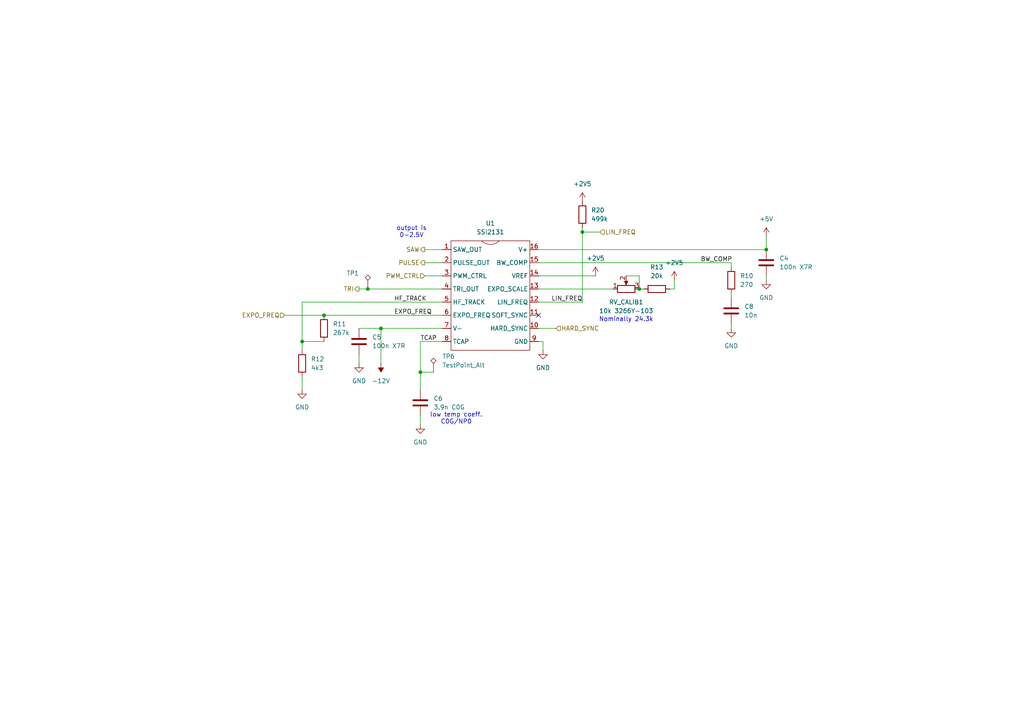
<source format=kicad_sch>
(kicad_sch (version 20250114) (generator "eeschema") (generator_version "9.0")
  (paper "A4")
  (title_block (title "Oscillator"))
  (lib_symbols
    (symbol "Connector:TestPoint_Alt" (pin_numbers (hide yes)) (pin_names (offset 0.762) (hide yes))
      (property "Reference" "TP" (at 0 6.858 0))
      (property "Value" "TestPoint_Alt" (at 0 5.08 0))
      (symbol "TestPoint_Alt_0_1"
        (polyline (pts (xy 0 2.54) (xy -0.762 3.302) (xy 0 4.064) (xy 0.762 3.302) (xy 0 2.54)))
      )
      (symbol "TestPoint_Alt_1_1"
        (pin passive line (at 0 0 90) (length 2.54) (name "1") (number "1"))
      )
    )
    (symbol "Device:C" (pin_numbers (hide yes)) (pin_names (offset 0.254))
      (property "Reference" "C" (at 0.635 2.54 0))
      (property "Value" "C" (at 0.635 -2.54 0))
      (symbol "C_0_1"
        (polyline (pts (xy -2.032 0.762) (xy 2.032 0.762)) (stroke (width 0.508)))
        (polyline (pts (xy -2.032 -0.762) (xy 2.032 -0.762)) (stroke (width 0.508)))
      )
      (symbol "C_1_1"
        (pin passive line (at 0 3.81 270) (length 2.794) (name "~") (number "1"))
        (pin passive line (at 0 -3.81 90) (length 2.794) (name "~") (number "2"))
      )
    )
    (symbol "Device:R" (pin_numbers (hide yes)) (pin_names (offset 0))
      (property "Reference" "R" (at 2.032 0 90))
      (property "Value" "R" (at 0 0 90))
      (symbol "R_0_1"
        (rectangle (start -1.016 -2.54) (end 1.016 2.54) (stroke (width 0.254)))
      )
      (symbol "R_1_1"
        (pin passive line (at 0 3.81 270) (length 1.27) (name "~") (number "1"))
        (pin passive line (at 0 -3.81 90) (length 1.27) (name "~") (number "2"))
      )
    )
    (symbol "Device:R_Potentiometer" (pin_names (offset 1.016) (hide yes))
      (property "Reference" "RV" (at -4.445 0 90))
      (property "Value" "R_Potentiometer" (at -2.54 0 90))
      (symbol "R_Potentiometer_0_1"
        (rectangle (start 1.016 2.54) (end -1.016 -2.54) (stroke (width 0.254)))
        (polyline (pts (xy 1.143 0) (xy 2.286 0.508) (xy 2.286 -0.508) (xy 1.143 0)) (fill (type outline)))
        (polyline (pts (xy 2.54 0) (xy 1.524 0)))
      )
      (symbol "R_Potentiometer_1_1"
        (pin passive line (at 0 3.81 270) (length 1.27) (name "1") (number "1"))
        (pin passive line (at 0 -3.81 90) (length 1.27) (name "3") (number "3"))
        (pin passive line (at 3.81 0 180) (length 1.27) (name "2") (number "2"))
      )
    )
    (symbol "power:+2V5" (power) (pin_numbers (hide yes)) (pin_names (offset 0) (hide yes))
      (property "Value" "+2V5" (at 0 3.556 0))
      (symbol "+2V5_0_1"
        (polyline (pts (xy -0.762 1.27) (xy 0 2.54)))
        (polyline (pts (xy 0 2.54) (xy 0.762 1.27)))
        (polyline (pts (xy 0 0) (xy 0 2.54)))
      )
      (symbol "+2V5_1_1"
        (pin power_in line (at 0 0 90) (length 0) (name "~") (number "1"))
      )
    )
    (symbol "power:+5V" (power) (pin_numbers (hide yes)) (pin_names (offset 0) (hide yes))
      (property "Value" "+5V" (at 0 3.556 0))
      (symbol "+5V_0_1"
        (polyline (pts (xy -0.762 1.27) (xy 0 2.54)))
        (polyline (pts (xy 0 2.54) (xy 0.762 1.27)))
        (polyline (pts (xy 0 0) (xy 0 2.54)))
      )
      (symbol "+5V_1_1"
        (pin power_in line (at 0 0 90) (length 0) (name "~") (number "1"))
      )
    )
    (symbol "power:-12V" (power) (pin_numbers (hide yes)) (pin_names (offset 0) (hide yes))
      (property "Value" "-12V" (at 0 3.556 0))
      (symbol "-12V_0_0"
        (pin power_in line (at 0 0 90) (length 0) (name "~") (number "1"))
      )
      (symbol "-12V_0_1"
        (polyline (pts (xy 0 0) (xy 0 1.27) (xy 0.762 1.27) (xy 0 2.54) (xy -0.762 1.27) (xy 0 1.27)) (fill (type outline)))
      )
    )
    (symbol "power:GND" (power) (pin_numbers (hide yes)) (pin_names (offset 0) (hide yes))
      (property "Value" "GND" (at 0 -3.81 0))
      (symbol "GND_0_1"
        (polyline (pts (xy 0 0) (xy 0 -1.27) (xy 1.27 -1.27) (xy 0 -2.54) (xy -1.27 -1.27) (xy 0 -1.27)))
      )
      (symbol "GND_1_1"
        (pin power_in line (at 0 0 270) (length 0) (name "~") (number "1"))
      )
    )
    (symbol "ssi:SSI2131"
      (property "Reference" "U" (at 0 18.796 0))
      (property "Value" "SSI2131" (at 0 0 0))
      (symbol "SSI2131_0_1"
        (rectangle (start -11.43 15.24) (end 11.43 -16.51))
        (arc (start 2.54 15.24) (mid 0 14.1879) (end -2.54 15.24))
      )
      (symbol "SSI2131_1_1"
        (pin output line (at -13.97 12.7 0) (length 2.54) (name "SAW_OUT") (number "1"))
        (pin output line (at -13.97 8.89 0) (length 2.54) (name "PULSE_OUT") (number "2"))
        (pin input line (at -13.97 5.08 0) (length 2.54) (name "PWM_CTRL") (number "3"))
        (pin output line (at -13.97 1.27 0) (length 2.54) (name "TRI_OUT") (number "4"))
        (pin input line (at -13.97 -2.54 0) (length 2.54) (name "HF_TRACK") (number "5"))
        (pin input line (at -13.97 -6.35 0) (length 2.54) (name "EXPO_FREQ") (number "6"))
        (pin power_in line (at -13.97 -10.16 0) (length 2.54) (name "V-") (number "7"))
        (pin input line (at -13.97 -13.97 0) (length 2.54) (name "TCAP") (number "8"))
        (pin power_in line (at 13.97 12.7 180) (length 2.54) (name "V+") (number "16"))
        (pin input line (at 13.97 8.89 180) (length 2.54) (name "BW_COMP") (number "15"))
        (pin input line (at 13.97 5.08 180) (length 2.54) (name "VREF") (number "14"))
        (pin input line (at 13.97 1.27 180) (length 2.54) (name "EXPO_SCALE") (number "13"))
        (pin input line (at 13.97 -2.54 180) (length 2.54) (name "LIN_FREQ") (number "12"))
        (pin input line (at 13.97 -6.35 180) (length 2.54) (name "SOFT_SYNC") (number "11"))
        (pin input line (at 13.97 -10.16 180) (length 2.54) (name "HARD_SYNC") (number "10"))
        (pin power_in line (at 13.97 -13.97 180) (length 2.54) (name "GND") (number "9"))
      )
    )
  )
  (text "Nominally 24.3k" (at 181.61 92.71 0) (effects (font (size 1.27 1.27) (thickness 0.1588))))
  (text "low temp coeff.\nC0G/NP0" (at 132.334 121.412 0) (effects (font (size 1.27 1.27))))
  (text "output is\n0-2.5V" (at 119.38 67.31 0) (effects (font (size 1.27 1.27))))
  (junction (at 121.92 107.95))
  (junction (at 168.91 67.31))
  (junction (at 110.49 95.25))
  (junction (at 93.98 91.44))
  (junction (at 87.63 99.06))
  (junction (at 222.25 72.39))
  (junction (at 185.42 83.82))
  (junction (at 106.68 83.82))
  (no_connect (at 156.21 91.44))
  (wire (pts (xy 87.63 99.06) (xy 93.98 99.06)))
  (wire (pts (xy 156.21 95.25) (xy 161.29 95.25)))
  (wire (pts (xy 110.49 95.25) (xy 110.49 105.41)))
  (wire (pts (xy 121.92 99.06) (xy 121.92 107.95)))
  (wire (pts (xy 123.19 76.2) (xy 128.27 76.2)))
  (wire (pts (xy 195.58 83.82) (xy 194.31 83.82)))
  (wire (pts (xy 168.91 67.31) (xy 173.99 67.31)))
  (wire (pts (xy 87.63 109.22) (xy 87.63 113.03)))
  (wire (pts (xy 123.19 72.39) (xy 128.27 72.39)))
  (wire (pts (xy 104.14 102.87) (xy 104.14 105.41)))
  (wire (pts (xy 222.25 80.01) (xy 222.25 81.28)))
  (wire (pts (xy 157.48 99.06) (xy 157.48 101.6)))
  (wire (pts (xy 212.09 85.09) (xy 212.09 86.36)))
  (wire (pts (xy 222.25 68.58) (xy 222.25 72.39)))
  (wire (pts (xy 181.61 80.01) (xy 185.42 80.01)))
  (wire (pts (xy 156.21 87.63) (xy 168.91 87.63)))
  (wire (pts (xy 87.63 101.6) (xy 87.63 99.06)))
  (wire (pts (xy 82.55 91.44) (xy 93.98 91.44)))
  (wire (pts (xy 212.09 76.2) (xy 212.09 77.47)))
  (wire (pts (xy 185.42 80.01) (xy 185.42 83.82)))
  (wire (pts (xy 121.92 107.95) (xy 121.92 113.03)))
  (wire (pts (xy 168.91 66.04) (xy 168.91 67.31)))
  (wire (pts (xy 87.63 99.06) (xy 87.63 87.63)))
  (wire (pts (xy 128.27 95.25) (xy 110.49 95.25)))
  (wire (pts (xy 104.14 83.82) (xy 106.68 83.82)))
  (wire (pts (xy 168.91 67.31) (xy 168.91 87.63)))
  (wire (pts (xy 87.63 87.63) (xy 128.27 87.63)))
  (wire (pts (xy 121.92 107.95) (xy 125.73 107.95)))
  (wire (pts (xy 156.21 80.01) (xy 172.72 80.01)))
  (wire (pts (xy 156.21 83.82) (xy 177.8 83.82)))
  (wire (pts (xy 123.19 80.01) (xy 128.27 80.01)))
  (wire (pts (xy 121.92 99.06) (xy 128.27 99.06)))
  (wire (pts (xy 195.58 81.28) (xy 195.58 83.82)))
  (wire (pts (xy 104.14 95.25) (xy 110.49 95.25)))
  (wire (pts (xy 212.09 93.98) (xy 212.09 95.25)))
  (wire (pts (xy 156.21 76.2) (xy 212.09 76.2)))
  (wire (pts (xy 156.21 99.06) (xy 157.48 99.06)))
  (wire (pts (xy 121.92 120.65) (xy 121.92 123.19)))
  (wire (pts (xy 106.68 83.82) (xy 128.27 83.82)))
  (wire (pts (xy 93.98 91.44) (xy 128.27 91.44)))
  (wire (pts (xy 185.42 83.82) (xy 186.69 83.82)))
  (wire (pts (xy 156.21 72.39) (xy 222.25 72.39)))
  (label "BW_COMP" (at 203.2 76.2 0))
  (label "TCAP" (at 121.92 99.06 0))
  (label "HF_TRACK" (at 114.3 87.63 0))
  (label "EXPO_FREQ" (at 114.3 91.44 0))
  (label "LIN_FREQ" (at 168.91 87.63 180))
  (hierarchical_label "TRI" (shape output) (at 104.14 83.82 180))
  (hierarchical_label "HARD_SYNC" (shape input) (at 161.29 95.25 0))
  (hierarchical_label "PWM_CTRL" (shape input) (at 123.19 80.01 180))
  (hierarchical_label "SAW" (shape output) (at 123.19 72.39 180))
  (hierarchical_label "EXPO_FREQ" (shape input) (at 82.55 91.44 180))
  (hierarchical_label "PULSE" (shape output) (at 123.19 76.2 180))
  (hierarchical_label "LIN_FREQ" (shape input) (at 173.99 67.31 0))
  (symbol (lib_id "power:GND") (at 104.14 105.41 0) (unit 1)
    (property "Reference" "#PWR020" (effects (hide yes)))
    (property "Value" "GND" (at 104.14 110.49 0))
    (property "Description" "Power symbol creates a global label with name \"GND\" , ground" (effects (hide yes)))
    (instances (project "vco2" (path "" (reference "#PWR020") (unit 1)) (path "" (reference "#PWR083") (unit 1))))
  )
  (symbol (lib_id "Device:R_Potentiometer") (at 181.61 83.82 90) (unit 1)
    (property "Reference" "RV_CALIB1" (at 181.61 87.63 90))
    (property "Value" "10k 3266Y-103" (at 181.61 90.17 90))
    (property "Footprint" "Potentiometer_THT:Potentiometer_Bourns_3266Y_Vertical" (effects (hide yes)))
    (property "Description" "Potentiometer" (effects (hide yes)))
    (instances (project "vco2" (path "" (reference "RV_CALIB1") (unit 1)) (path "" (reference "RV_CALIB2") (unit 1))))
  )
  (symbol (lib_id "Device:C") (at 222.25 76.2 0) (unit 1)
    (property "Reference" "C4" (at 226.06 74.9299 0) (effects (justify left)))
    (property "Value" "100n X7R" (at 226.06 77.4699 0) (effects (justify left)))
    (property "Footprint" "Capacitor_SMD:C_0603_1608Metric_Pad1.08x0.95mm_HandSolder" (effects (hide yes)))
    (property "Description" "Unpolarized capacitor" (effects (hide yes)))
    (instances (project "vco2" (path "" (reference "C4") (unit 1)) (path "" (reference "C27") (unit 1))))
  )
  (symbol (lib_id "power:GND") (at 157.48 101.6 0) (unit 1)
    (property "Reference" "#PWR018" (effects (hide yes)))
    (property "Value" "GND" (at 157.48 106.68 0))
    (property "Description" "Power symbol creates a global label with name \"GND\" , ground" (effects (hide yes)))
    (instances (project "vco2" (path "" (reference "#PWR018") (unit 1)) (path "" (reference "#PWR086") (unit 1))))
  )
  (symbol (lib_id "Device:R") (at 168.91 62.23 0) (unit 1)
    (property "Reference" "R20" (at 171.45 60.9599 0) (effects (justify left)))
    (property "Value" "499k" (at 171.45 63.4999 0) (effects (justify left)))
    (property "Footprint" "Resistor_SMD:R_0603_1608Metric_Pad0.98x0.95mm_HandSolder" (effects (hide yes)))
    (property "Description" "Resistor" (effects (hide yes)))
    (instances (project "vco2" (path "" (reference "R20") (unit 1)) (path "" (reference "R65") (unit 1))))
  )
  (symbol (lib_id "Device:C") (at 212.09 90.17 0) (unit 1)
    (property "Reference" "C8" (at 215.9 88.8999 0) (effects (justify left)))
    (property "Value" "10n" (at 215.9 91.4399 0) (effects (justify left)))
    (property "Footprint" "Capacitor_SMD:C_0603_1608Metric_Pad1.08x0.95mm_HandSolder" (effects (hide yes)))
    (property "Description" "Unpolarized capacitor" (effects (hide yes)))
    (instances (project "vco2" (path "" (reference "C8") (unit 1)) (path "" (reference "C26") (unit 1))))
  )
  (symbol (lib_id "power:GND") (at 87.63 113.03 0) (unit 1)
    (property "Reference" "#PWR030" (effects (hide yes)))
    (property "Value" "GND" (at 87.63 118.11 0))
    (property "Description" "Power symbol creates a global label with name \"GND\" , ground" (effects (hide yes)))
    (instances (project "vco2" (path "" (reference "#PWR030") (unit 1)) (path "" (reference "#PWR082") (unit 1))))
  )
  (symbol (lib_id "power:+2V5") (at 168.91 58.42 0) (unit 1)
    (property "Reference" "#PWR043" (effects (hide yes)))
    (property "Value" "+2V5" (at 168.91 53.34 0))
    (property "Description" "Power symbol creates a global label with name \"+2V5\"" (effects (hide yes)))
    (instances (project "vco2" (path "" (reference "#PWR043") (unit 1)) (path "" (reference "#PWR087") (unit 1))))
  )
  (symbol (lib_id "ssi:SSI2131") (at 142.24 85.09 0) (unit 1)
    (property "Reference" "U1" (at 142.24 64.77 0))
    (property "Value" "SSI2131" (at 142.24 67.31 0))
    (property "Footprint" "Package_SO:STC_SOP-16_3.9x9.9mm_P1.27mm" (effects (hide yes)))
    (property "Datasheet" "https://www.soundsemiconductor.com/downloads/ssi2131datasheet.pdf" (effects (hide yes)))
    (property "Description" "Sound Semiconductor VCO" (effects (hide yes)))
    (instances (project "vco2" (path "" (reference "U1") (unit 1)) (path "" (reference "U9") (unit 1))))
  )
  (symbol (lib_id "Device:R") (at 87.63 105.41 0) (unit 1)
    (property "Reference" "R12" (at 90.17 104.1399 0) (effects (justify left)))
    (property "Value" "4k3" (at 90.17 106.6799 0) (effects (justify left)))
    (property "Footprint" "Resistor_SMD:R_0603_1608Metric_Pad0.98x0.95mm_HandSolder" (effects (hide yes)))
    (property "Description" "Resistor" (effects (hide yes)))
    (instances (project "vco2" (path "" (reference "R12") (unit 1)) (path "" (reference "R63") (unit 1))))
  )
  (symbol (lib_id "power:+2V5") (at 195.58 81.28 0) (unit 1)
    (property "Reference" "#PWR031" (effects (hide yes)))
    (property "Value" "+2V5" (at 195.58 76.2 0))
    (property "Description" "Power symbol creates a global label with name \"+2V5\"" (effects (hide yes)))
    (instances (project "vco2" (path "" (reference "#PWR031") (unit 1)) (path "" (reference "#PWR089") (unit 1))))
  )
  (symbol (lib_id "power:+5V") (at 222.25 68.58 0) (unit 1)
    (property "Reference" "#PWR014" (effects (hide yes)))
    (property "Value" "+5V" (at 222.25 63.5 0))
    (property "Description" "Power symbol creates a global label with name \"+5V\"" (effects (hide yes)))
    (instances (project "vco2" (path "" (reference "#PWR014") (unit 1)) (path "" (reference "#PWR091") (unit 1))))
  )
  (symbol (lib_id "power:-12V") (at 110.49 105.41 180) (unit 1)
    (property "Reference" "#PWR019" (effects (hide yes)))
    (property "Value" "-12V" (at 110.49 110.49 0))
    (property "Description" "Power symbol creates a global label with name \"-12V\"" (effects (hide yes)))
    (instances (project "vco2" (path "" (reference "#PWR019") (unit 1)) (path "" (reference "#PWR084") (unit 1))))
  )
  (symbol (lib_id "Device:C") (at 104.14 99.06 0) (unit 1)
    (property "Reference" "C5" (at 107.95 97.7899 0) (effects (justify left)))
    (property "Value" "100n X7R" (at 107.95 100.3299 0) (effects (justify left)))
    (property "Footprint" "Capacitor_SMD:C_0603_1608Metric_Pad1.08x0.95mm_HandSolder" (effects (hide yes)))
    (property "Description" "Unpolarized capacitor" (effects (hide yes)))
    (instances (project "vco2" (path "" (reference "C5") (unit 1)) (path "" (reference "C24") (unit 1))))
  )
  (symbol (lib_id "power:GND") (at 222.25 81.28 0) (unit 1)
    (property "Reference" "#PWR017" (effects (hide yes)))
    (property "Value" "GND" (at 222.25 86.36 0))
    (property "Description" "Power symbol creates a global label with name \"GND\" , ground" (effects (hide yes)))
    (instances (project "vco2" (path "" (reference "#PWR017") (unit 1)) (path "" (reference "#PWR092") (unit 1))))
  )
  (symbol (lib_id "power:GND") (at 121.92 123.19 0) (unit 1)
    (property "Reference" "#PWR022" (effects (hide yes)))
    (property "Value" "GND" (at 121.92 128.27 0))
    (property "Description" "Power symbol creates a global label with name \"GND\" , ground" (effects (hide yes)))
    (instances (project "vco2" (path "" (reference "#PWR022") (unit 1)) (path "" (reference "#PWR085") (unit 1))))
  )
  (symbol (lib_id "Device:R") (at 93.98 95.25 180) (unit 1)
    (property "Reference" "R11" (at 96.52 93.9799 0) (effects (justify right)))
    (property "Value" "267k" (at 96.52 96.5199 0) (effects (justify right)))
    (property "Footprint" "Resistor_SMD:R_0603_1608Metric_Pad0.98x0.95mm_HandSolder" (effects (hide yes)))
    (property "Description" "Resistor" (effects (hide yes)))
    (instances (project "vco2" (path "" (reference "R11") (unit 1)) (path "" (reference "R64") (unit 1))))
  )
  (symbol (lib_id "Connector:TestPoint_Alt") (at 125.73 107.95 0) (mirror y) (unit 1)
    (property "Reference" "TP6" (at 128.27 103.3779 0) (effects (justify right)))
    (property "Value" "TestPoint_Alt" (at 128.27 105.9179 0) (effects (justify right)))
    (property "Footprint" "Holes:TP_0.9mm" (effects (hide yes)))
    (property "Description" "test point (alternative shape)" (effects (hide yes)))
    (instances (project "vco2" (path "" (reference "TP6") (unit 1)) (path "" (reference "TP10") (unit 1))))
  )
  (symbol (lib_id "Device:R") (at 190.5 83.82 270) (unit 1)
    (property "Reference" "R13" (at 190.5 77.47 90))
    (property "Value" "20k" (at 190.5 80.01 90))
    (property "Footprint" "Resistor_SMD:R_0603_1608Metric_Pad0.98x0.95mm_HandSolder" (effects (hide yes)))
    (property "Description" "Resistor" (effects (hide yes)))
    (instances (project "vco2" (path "" (reference "R13") (unit 1)) (path "" (reference "R66") (unit 1))))
  )
  (symbol (lib_id "Device:R") (at 212.09 81.28 0) (unit 1)
    (property "Reference" "R10" (at 214.63 80.0099 0) (effects (justify left)))
    (property "Value" "270" (at 214.63 82.5499 0) (effects (justify left)))
    (property "Footprint" "Resistor_SMD:R_0603_1608Metric_Pad0.98x0.95mm_HandSolder" (effects (hide yes)))
    (property "Description" "Resistor" (effects (hide yes)))
    (instances (project "vco2" (path "" (reference "R10") (unit 1)) (path "" (reference "R67") (unit 1))))
  )
  (symbol (lib_id "power:GND") (at 212.09 95.25 0) (unit 1)
    (property "Reference" "#PWR029" (effects (hide yes)))
    (property "Value" "GND" (at 212.09 100.33 0))
    (property "Description" "Power symbol creates a global label with name \"GND\" , ground" (effects (hide yes)))
    (instances (project "vco2" (path "" (reference "#PWR029") (unit 1)) (path "" (reference "#PWR090") (unit 1))))
  )
  (symbol (lib_id "Connector:TestPoint_Alt") (at 106.68 83.82 0) (unit 1)
    (property "Reference" "TP1" (at 104.14 79.2479 0) (effects (justify right)))
    (property "Value" "TestPoint_Alt" (effects (hide yes)))
    (property "Footprint" "Holes:TP_0.9mm" (effects (hide yes)))
    (property "Description" "test point (alternative shape)" (effects (hide yes)))
    (instances (project "vco2" (path "" (reference "TP1") (unit 1)) (path "" (reference "TP9") (unit 1))))
  )
  (symbol (lib_id "Device:C") (at 121.92 116.84 0) (unit 1)
    (property "Reference" "C6" (at 125.73 115.5699 0) (effects (justify left)))
    (property "Value" "3.9n C0G" (at 125.73 118.1099 0) (effects (justify left)))
    (property "Footprint" "Capacitor_SMD:C_0603_1608Metric_Pad1.08x0.95mm_HandSolder" (effects (hide yes)))
    (property "Description" "Unpolarized capacitor" (effects (hide yes)))
    (instances (project "vco2" (path "" (reference "C6") (unit 1)) (path "" (reference "C25") (unit 1))))
  )
  (symbol (lib_id "power:+2V5") (at 172.72 80.01 0) (unit 1)
    (property "Reference" "#PWR021" (effects (hide yes)))
    (property "Value" "+2V5" (at 172.72 74.93 0))
    (property "Description" "Power symbol creates a global label with name \"+2V5\"" (effects (hide yes)))
    (instances (project "vco2" (path "" (reference "#PWR021") (unit 1)) (path "" (reference "#PWR088") (unit 1))))
  )
)
</source>
